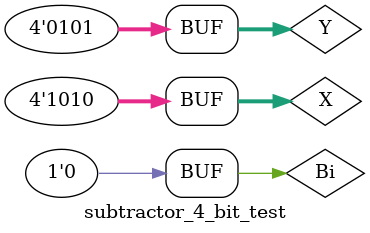
<source format=v>
`timescale 10ns/1ns
module subtractor_4_bit_test;
	reg [3:0] X,Y;
	reg Bi;
	wire [3:0]Z;
	wire Bf;
	subtractor_4_bit uut(.X(X),.Y(Y),.Z(Z),.Bi(Bi),.Bf(Bf));
	 initial begin
	 X=0;
	 Y=0;
	 Bi=0;
	 
	 #2 X =7;
	 #2 Y= 8;
	 #2 X= 10;
	 #2 Y = 5;
	 #4;
	 end
	 
	 initial begin
	 $monitor("X=%4b,Y=%4b,Bi=%b, Bf=%b, Z=%4b \n",X,Y,Bi,Bf,Z);
	 end
	 endmodule
	 
</source>
